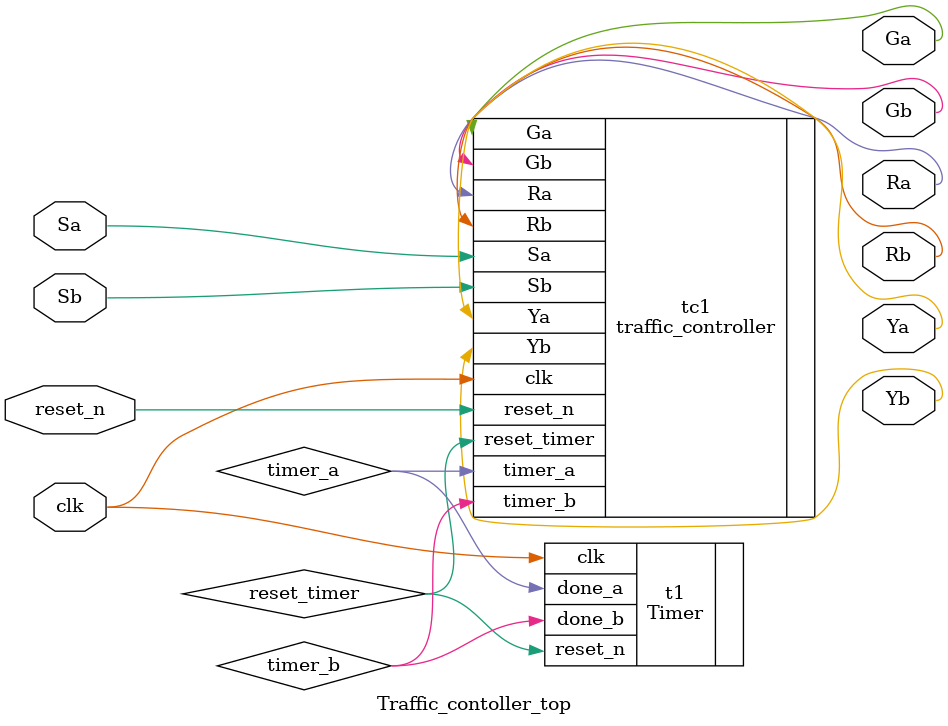
<source format=v>
`timescale 1ns / 1ps


module Traffic_contoller_top(
    input clk,
    input reset_n,
    input Sa,
    input Sb,
    output Ga,
    output Ya,
    output Ra,
    output Gb,
    output Yb,
    output Rb
    );
    wire timer_a,timer_b,reset_timer;
    traffic_controller tc1(
        .clk(clk),
        .reset_n(reset_n),
        .timer_a(timer_a),
        .timer_b(timer_b),
        .reset_timer(reset_timer),
        .Sa(Sa),
        .Sb(Sb),
        .Ga(Ga),
        .Ya(Ya),
        .Ra(Ra),
        .Gb(Gb),
        .Yb(Yb),
        .Rb(Rb) );
    Timer t1(
        .clk(clk),
        .reset_n(reset_timer),
        .done_a(timer_a),
        .done_b(timer_b) );
endmodule

</source>
